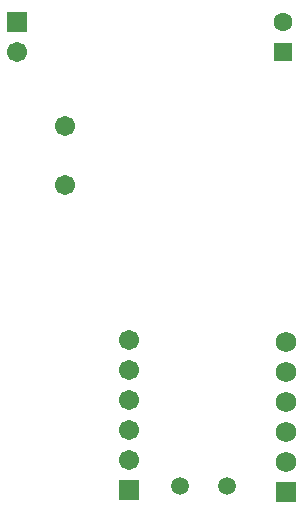
<source format=gbs>
G04 Layer_Color=16711935*
%FSLAX44Y44*%
%MOMM*%
G71*
G01*
G75*
%ADD47C,1.7032*%
%ADD48C,1.7532*%
%ADD49R,1.7532X1.7532*%
%ADD50R,1.7032X1.7032*%
%ADD51C,1.6032*%
%ADD52R,1.6032X1.6032*%
%ADD53C,1.5032*%
D47*
X60000Y-160000D02*
D03*
Y-110000D02*
D03*
X115000Y-392900D02*
D03*
Y-367500D02*
D03*
Y-342100D02*
D03*
Y-316700D02*
D03*
Y-291300D02*
D03*
X20000Y-47500D02*
D03*
D48*
X247500Y-293400D02*
D03*
Y-318800D02*
D03*
Y-344200D02*
D03*
Y-369600D02*
D03*
Y-395000D02*
D03*
D49*
Y-420400D02*
D03*
D50*
X115000Y-418300D02*
D03*
X20000Y-22100D02*
D03*
D51*
X245000Y-22100D02*
D03*
D52*
Y-47500D02*
D03*
D53*
X197500Y-415000D02*
D03*
X157500D02*
D03*
M02*

</source>
